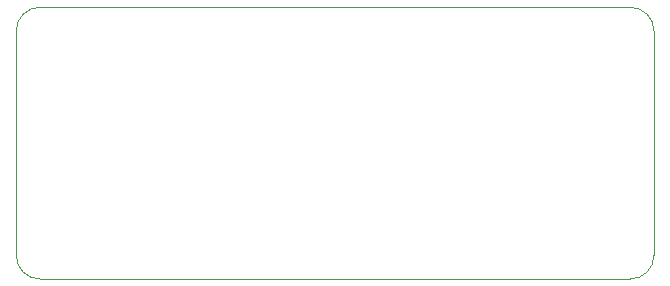
<source format=gm1>
G04 #@! TF.GenerationSoftware,KiCad,Pcbnew,5.1.10-88a1d61d58~90~ubuntu20.04.1*
G04 #@! TF.CreationDate,2022-01-29T20:14:16-05:00*
G04 #@! TF.ProjectId,slg,736c672e-6b69-4636-9164-5f7063625858,v1.0*
G04 #@! TF.SameCoordinates,Original*
G04 #@! TF.FileFunction,Profile,NP*
%FSLAX46Y46*%
G04 Gerber Fmt 4.6, Leading zero omitted, Abs format (unit mm)*
G04 Created by KiCad (PCBNEW 5.1.10-88a1d61d58~90~ubuntu20.04.1) date 2022-01-29 20:14:16*
%MOMM*%
%LPD*%
G01*
G04 APERTURE LIST*
G04 #@! TA.AperFunction,Profile*
%ADD10C,0.038100*%
G04 #@! TD*
G04 APERTURE END LIST*
D10*
X38000000Y-27000000D02*
X38000000Y-46000000D01*
X90000000Y-25000000D02*
X40000000Y-25000000D01*
X92000000Y-46000000D02*
X92000000Y-27000000D01*
X40000000Y-48000000D02*
X90000000Y-48000000D01*
X38000000Y-27000000D02*
G75*
G02*
X40000000Y-25000000I2000000J0D01*
G01*
X90000000Y-25000000D02*
G75*
G02*
X92000000Y-27000000I0J-2000000D01*
G01*
X92000000Y-46000000D02*
G75*
G02*
X90000000Y-48000000I-2000000J0D01*
G01*
X40000000Y-48000000D02*
G75*
G02*
X38000000Y-46000000I0J2000000D01*
G01*
M02*

</source>
